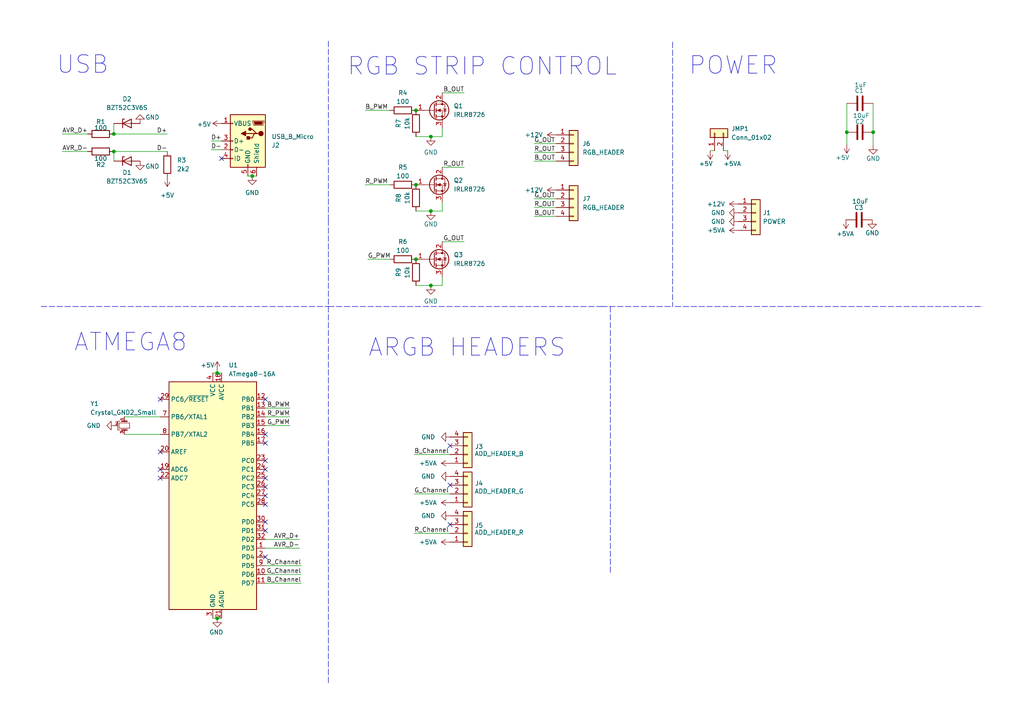
<source format=kicad_sch>
(kicad_sch (version 20211123) (generator eeschema)
  (paper "A4")
  (title_block (title "BlinkStick Advanced") (date "2022-12-22") (rev "1.0") (company "Agile Inovative Ltd & Foxdogface"))
  (lib_symbols
    (symbol "Connector:USB_B_Micro" (pin_names (offset 1.016))
      (property "Reference" "J" (at -5.08 11.43 0))
      (property "Value" "USB_B_Micro" (at -5.08 8.89 0))
      (symbol "USB_B_Micro_0_1"
        (rectangle (start -5.08 -7.62) (end 5.08 7.62) (stroke (width 0.254)) (fill (type background)))
        (circle (center -3.81 2.159) (radius 0.635) (stroke (width 0.254)) (fill (type outline)))
        (circle (center -0.635 3.429) (radius 0.381) (stroke (width 0.254)) (fill (type outline)))
        (rectangle (start -0.127 -7.62) (end 0.127 -6.858))
        (polyline (pts (xy -1.905 2.159) (xy 0.635 2.159)) (stroke (width 0.254)))
        (polyline (pts (xy -3.175 2.159) (xy -2.54 2.159) (xy -1.27 3.429) (xy -0.635 3.429)) (stroke (width 0.254)))
        (polyline (pts (xy -2.54 2.159) (xy -1.905 2.159) (xy -1.27 0.889) (xy 0 0.889)) (stroke (width 0.254)))
        (polyline (pts (xy 0.635 2.794) (xy 0.635 1.524) (xy 1.905 2.159) (xy 0.635 2.794)) (stroke (width 0.254)) (fill (type outline)))
        (polyline (pts (xy -4.318 5.588) (xy -1.778 5.588) (xy -2.032 4.826) (xy -4.064 4.826) (xy -4.318 5.588)) (fill (type outline)))
        (polyline (pts (xy -4.699 5.842) (xy -4.699 5.588) (xy -4.445 4.826) (xy -4.445 4.572) (xy -1.651 4.572) (xy -1.651 4.826) (xy -1.397 5.588) (xy -1.397 5.842) (xy -4.699 5.842)))
        (rectangle (start 0.254 1.27) (end -0.508 0.508) (stroke (width 0.254)) (fill (type outline)))
        (rectangle (start 5.08 -5.207) (end 4.318 -4.953))
        (rectangle (start 5.08 -2.667) (end 4.318 -2.413))
        (rectangle (start 5.08 -0.127) (end 4.318 0.127))
        (rectangle (start 5.08 4.953) (end 4.318 5.207))
      )
      (symbol "USB_B_Micro_1_1"
        (pin power_out line (at 7.62 5.08 180) (length 2.54) (name "VBUS") (number "1"))
        (pin bidirectional line (at 7.62 -2.54 180) (length 2.54) (name "D-") (number "2"))
        (pin bidirectional line (at 7.62 0 180) (length 2.54) (name "D+") (number "3"))
        (pin passive line (at 7.62 -5.08 180) (length 2.54) (name "ID") (number "4"))
        (pin power_out line (at 0 -10.16 90) (length 2.54) (name "GND") (number "5"))
        (pin passive line (at -2.54 -10.16 90) (length 2.54) (name "Shield") (number "6"))
      )
    )
    (symbol "Connector_Generic:Conn_01x02" (pin_names (offset 1.016) hide)
      (property "Reference" "J" (at 0 2.54 0))
      (property "Value" "Conn_01x02" (at 0 -5.08 0))
      (symbol "Conn_01x02_1_1"
        (rectangle (start -1.27 -2.413) (end 0 -2.667) (stroke (width 0.1524)))
        (rectangle (start -1.27 0.127) (end 0 -0.127) (stroke (width 0.1524)))
        (rectangle (start -1.27 1.27) (end 1.27 -3.81) (stroke (width 0.254)) (fill (type background)))
        (pin passive line (at -5.08 0 0) (length 3.81) (name "Pin_1") (number "1"))
        (pin passive line (at -5.08 -2.54 0) (length 3.81) (name "Pin_2") (number "2"))
      )
    )
    (symbol "Connector_Generic:Conn_01x04" (pin_names (offset 1.016) hide)
      (property "Reference" "J" (at 0 5.08 0))
      (property "Value" "Conn_01x04" (at 0 -7.62 0))
      (symbol "Conn_01x04_1_1"
        (rectangle (start -1.27 -4.953) (end 0 -5.207) (stroke (width 0.1524)))
        (rectangle (start -1.27 -2.413) (end 0 -2.667) (stroke (width 0.1524)))
        (rectangle (start -1.27 0.127) (end 0 -0.127) (stroke (width 0.1524)))
        (rectangle (start -1.27 2.667) (end 0 2.413) (stroke (width 0.1524)))
        (rectangle (start -1.27 3.81) (end 1.27 -6.35) (stroke (width 0.254)) (fill (type background)))
        (pin passive line (at -5.08 2.54 0) (length 3.81) (name "Pin_1") (number "1"))
        (pin passive line (at -5.08 0 0) (length 3.81) (name "Pin_2") (number "2"))
        (pin passive line (at -5.08 -2.54 0) (length 3.81) (name "Pin_3") (number "3"))
        (pin passive line (at -5.08 -5.08 0) (length 3.81) (name "Pin_4") (number "4"))
      )
    )
    (symbol "Device:C" (pin_numbers hide) (pin_names (offset 0.254))
      (property "Reference" "C" (at 0.635 2.54 0))
      (property "Value" "C" (at 0.635 -2.54 0))
      (symbol "C_0_1"
        (polyline (pts (xy -2.032 -0.762) (xy 2.032 -0.762)) (stroke (width 0.508)))
        (polyline (pts (xy -2.032 0.762) (xy 2.032 0.762)) (stroke (width 0.508)))
      )
      (symbol "C_1_1"
        (pin passive line (at 0 3.81 270) (length 2.794) (name "~") (number "1"))
        (pin passive line (at 0 -3.81 90) (length 2.794) (name "~") (number "2"))
      )
    )
    (symbol "Device:Crystal_GND2_Small" (pin_names (offset 1.016) hide)
      (property "Reference" "Y" (at 0 5.08 0))
      (property "Value" "Crystal_GND2_Small" (at 0 3.175 0))
      (symbol "Crystal_GND2_Small_0_1"
        (rectangle (start -0.762 -1.524) (end 0.762 1.524))
        (polyline (pts (xy -1.27 -0.762) (xy -1.27 0.762)) (stroke (width 0.381)))
        (polyline (pts (xy 1.27 -0.762) (xy 1.27 0.762)) (stroke (width 0.381)))
        (polyline (pts (xy -1.27 -1.27) (xy -1.27 -1.905) (xy 1.27 -1.905) (xy 1.27 -1.27)))
      )
      (symbol "Crystal_GND2_Small_1_1"
        (pin passive line (at -2.54 0 0) (length 1.27) (name "1") (number "1"))
        (pin passive line (at 0 -2.54 90) (length 0.635) (name "2") (number "2"))
        (pin passive line (at 2.54 0 180) (length 1.27) (name "3") (number "3"))
      )
    )
    (symbol "Device:R" (pin_numbers hide) (pin_names (offset 0))
      (property "Reference" "R" (at 2.032 0 90))
      (property "Value" "R" (at 0 0 90))
      (symbol "R_0_1"
        (rectangle (start -1.016 -2.54) (end 1.016 2.54) (stroke (width 0.254)))
      )
      (symbol "R_1_1"
        (pin passive line (at 0 3.81 270) (length 1.27) (name "~") (number "1"))
        (pin passive line (at 0 -3.81 90) (length 1.27) (name "~") (number "2"))
      )
    )
    (symbol "Diode:BZT52Bxx" (pin_numbers hide) (pin_names (offset 1.016) hide)
      (property "Reference" "D" (at 0 2.54 0))
      (property "Value" "BZT52Bxx" (at 0 -2.54 0))
      (symbol "BZT52Bxx_0_1"
        (polyline (pts (xy 1.27 0) (xy -1.27 0)))
        (polyline (pts (xy -1.27 -1.27) (xy -1.27 1.27) (xy -0.762 1.27)) (stroke (width 0.254)))
        (polyline (pts (xy 1.27 -1.27) (xy 1.27 1.27) (xy -1.27 0) (xy 1.27 -1.27)) (stroke (width 0.254)))
      )
      (symbol "BZT52Bxx_1_1"
        (pin passive line (at -3.81 0 0) (length 2.54) (name "K") (number "1"))
        (pin passive line (at 3.81 0 180) (length 2.54) (name "A") (number "2"))
      )
    )
    (symbol "MCU_Microchip_ATmega:ATmega8-16A"
      (property "Reference" "U" (at -12.7 34.29 0))
      (property "Value" "ATmega8-16A" (at 5.08 -34.29 0))
      (symbol "ATmega8-16A_0_1"
        (rectangle (start -12.7 -33.02) (end 12.7 33.02) (stroke (width 0.254)) (fill (type background)))
      )
      (symbol "ATmega8-16A_1_1"
        (pin bidirectional line (at 15.24 -15.24 180) (length 2.54) (name "PD3") (number "1"))
        (pin bidirectional line (at 15.24 -22.86 180) (length 2.54) (name "PD6") (number "10"))
        (pin bidirectional line (at 15.24 -25.4 180) (length 2.54) (name "PD7") (number "11"))
        (pin bidirectional line (at 15.24 27.94 180) (length 2.54) (name "PB0") (number "12"))
        (pin bidirectional line (at 15.24 25.4 180) (length 2.54) (name "PB1") (number "13"))
        (pin bidirectional line (at 15.24 22.86 180) (length 2.54) (name "PB2") (number "14"))
        (pin bidirectional line (at 15.24 20.32 180) (length 2.54) (name "PB3") (number "15"))
        (pin bidirectional line (at 15.24 17.78 180) (length 2.54) (name "PB4") (number "16"))
        (pin bidirectional line (at 15.24 15.24 180) (length 2.54) (name "PB5") (number "17"))
        (pin power_in line (at 2.54 35.56 270) (length 2.54) (name "AVCC") (number "18"))
        (pin input line (at -15.24 7.62 0) (length 2.54) (name "ADC6") (number "19"))
        (pin bidirectional line (at 15.24 -17.78 180) (length 2.54) (name "PD4") (number "2"))
        (pin passive line (at -15.24 12.7 0) (length 2.54) (name "AREF") (number "20"))
        (pin power_in line (at 2.54 -35.56 90) (length 2.54) (name "AGND") (number "21"))
        (pin input line (at -15.24 5.08 0) (length 2.54) (name "ADC7") (number "22"))
        (pin bidirectional line (at 15.24 10.16 180) (length 2.54) (name "PC0") (number "23"))
        (pin bidirectional line (at 15.24 7.62 180) (length 2.54) (name "PC1") (number "24"))
        (pin bidirectional line (at 15.24 5.08 180) (length 2.54) (name "PC2") (number "25"))
        (pin bidirectional line (at 15.24 2.54 180) (length 2.54) (name "PC3") (number "26"))
        (pin bidirectional line (at 15.24 0 180) (length 2.54) (name "PC4") (number "27"))
        (pin bidirectional line (at 15.24 -2.54 180) (length 2.54) (name "PC5") (number "28"))
        (pin bidirectional line (at -15.24 27.94 0) (length 2.54) (name "PC6/~{RESET}") (number "29"))
        (pin power_in line (at 0 -35.56 90) (length 2.54) (name "GND") (number "3"))
        (pin bidirectional line (at 15.24 -7.62 180) (length 2.54) (name "PD0") (number "30"))
        (pin bidirectional line (at 15.24 -10.16 180) (length 2.54) (name "PD1") (number "31"))
        (pin bidirectional line (at 15.24 -12.7 180) (length 2.54) (name "PD2") (number "32"))
        (pin power_in line (at 0 35.56 270) (length 2.54) (name "VCC") (number "4"))
        (pin passive line (at 0 -35.56 90) (length 2.54) hide (name "GND") (number "5"))
        (pin passive line (at 0 35.56 270) (length 2.54) hide (name "VCC") (number "6"))
        (pin bidirectional line (at -15.24 22.86 0) (length 2.54) (name "PB6/XTAL1") (number "7"))
        (pin bidirectional line (at -15.24 17.78 0) (length 2.54) (name "PB7/XTAL2") (number "8"))
        (pin bidirectional line (at 15.24 -20.32 180) (length 2.54) (name "PD5") (number "9"))
      )
    )
    (symbol "Transistor_FET:IRLR8726" (pin_names hide)
      (property "Reference" "Q" (at 5.08 1.905 0))
      (property "Value" "IRLR8726" (at 5.08 0 0))
      (symbol "IRLR8726_0_1"
        (polyline (pts (xy 0.254 0) (xy -2.54 0)))
        (polyline (pts (xy 0.254 1.905) (xy 0.254 -1.905)) (stroke (width 0.254)))
        (polyline (pts (xy 0.762 -1.27) (xy 0.762 -2.286)) (stroke (width 0.254)))
        (polyline (pts (xy 0.762 0.508) (xy 0.762 -0.508)) (stroke (width 0.254)))
        (polyline (pts (xy 0.762 2.286) (xy 0.762 1.27)) (stroke (width 0.254)))
        (polyline (pts (xy 2.54 2.54) (xy 2.54 1.778)))
        (polyline (pts (xy 2.54 -2.54) (xy 2.54 0) (xy 0.762 0)))
        (polyline (pts (xy 0.762 -1.778) (xy 3.302 -1.778) (xy 3.302 1.778) (xy 0.762 1.778)))
        (polyline (pts (xy 1.016 0) (xy 2.032 0.381) (xy 2.032 -0.381) (xy 1.016 0)) (fill (type outline)))
        (polyline (pts (xy 2.794 0.508) (xy 2.921 0.381) (xy 3.683 0.381) (xy 3.81 0.254)))
        (polyline (pts (xy 3.302 0.381) (xy 2.921 -0.254) (xy 3.683 -0.254) (xy 3.302 0.381)))
        (circle (center 1.651 0) (radius 2.794) (stroke (width 0.254)))
        (circle (center 2.54 -1.778) (radius 0.254) (fill (type outline)))
        (circle (center 2.54 1.778) (radius 0.254) (fill (type outline)))
      )
      (symbol "IRLR8726_1_1"
        (pin passive line (at -5.08 0 0) (length 2.54) (name "G") (number "1"))
        (pin passive line (at 2.54 5.08 270) (length 2.54) (name "D") (number "2"))
        (pin passive line (at 2.54 -5.08 90) (length 2.54) (name "S") (number "3"))
      )
    )
    (symbol "power:+12V" (power) (pin_names (offset 0))
      (property "Value" "+12V" (at 0 3.556 0))
      (symbol "+12V_0_1"
        (polyline (pts (xy -0.762 1.27) (xy 0 2.54)))
        (polyline (pts (xy 0 0) (xy 0 2.54)))
        (polyline (pts (xy 0 2.54) (xy 0.762 1.27)))
      )
      (symbol "+12V_1_1"
        (pin power_in line (at 0 0 90) (length 0) hide (name "+12V") (number "1"))
      )
    )
    (symbol "power:+5V" (power) (pin_names (offset 0))
      (property "Value" "+5V" (at 0 3.556 0))
      (symbol "+5V_0_1"
        (polyline (pts (xy -0.762 1.27) (xy 0 2.54)))
        (polyline (pts (xy 0 0) (xy 0 2.54)))
        (polyline (pts (xy 0 2.54) (xy 0.762 1.27)))
      )
      (symbol "+5V_1_1"
        (pin power_in line (at 0 0 90) (length 0) hide (name "+5V") (number "1"))
      )
    )
    (symbol "power:+5VA" (power) (pin_names (offset 0))
      (property "Value" "+5VA" (at 0 3.556 0))
      (symbol "+5VA_0_1"
        (polyline (pts (xy -0.762 1.27) (xy 0 2.54)))
        (polyline (pts (xy 0 0) (xy 0 2.54)))
        (polyline (pts (xy 0 2.54) (xy 0.762 1.27)))
      )
      (symbol "+5VA_1_1"
        (pin power_in line (at 0 0 90) (length 0) hide (name "+5VA") (number "1"))
      )
    )
    (symbol "power:GND" (power) (pin_names (offset 0))
      (property "Value" "GND" (at 0 -3.81 0))
      (symbol "GND_0_1"
        (polyline (pts (xy 0 0) (xy 0 -1.27) (xy 1.27 -1.27) (xy 0 -2.54) (xy -1.27 -1.27) (xy 0 -1.27)))
      )
      (symbol "GND_1_1"
        (pin power_in line (at 0 0 270) (length 0) hide (name "GND") (number "1"))
      )
    )
  )
  (junction (at 124.968 39.624))
  (junction (at 73.152 51.054))
  (junction (at 33.02 43.942))
  (junction (at 120.65 53.594))
  (junction (at 120.65 32.004))
  (junction (at 62.992 108.204))
  (junction (at 253.238 38.354))
  (junction (at 124.968 82.804))
  (junction (at 245.618 38.354))
  (junction (at 33.02 38.862))
  (junction (at 120.65 75.184))
  (junction (at 62.992 179.324))
  (junction (at 124.968 61.214))
  (no_connect (at 130.556 152.146))
  (no_connect (at 130.556 140.716))
  (no_connect (at 130.556 129.286))
  (no_connect (at 64.262 45.974))
  (no_connect (at 76.962 161.544))
  (no_connect (at 76.962 143.764))
  (no_connect (at 76.962 138.684))
  (no_connect (at 76.962 141.224))
  (no_connect (at 76.962 136.144))
  (no_connect (at 76.962 146.304))
  (no_connect (at 46.482 138.684))
  (no_connect (at 46.482 115.824))
  (no_connect (at 46.482 136.144))
  (no_connect (at 46.482 131.064))
  (no_connect (at 76.962 151.384))
  (no_connect (at 76.962 153.924))
  (no_connect (at 76.962 133.604))
  (no_connect (at 76.962 128.524))
  (no_connect (at 76.962 125.984))
  (no_connect (at 76.962 115.824))
  (wire (pts (xy 61.214 43.434) (xy 64.262 43.434)))
  (wire (pts (xy 120.142 154.686) (xy 130.556 154.686)))
  (wire (pts (xy 61.214 40.894) (xy 64.262 40.894)))
  (wire (pts (xy 76.962 156.464) (xy 86.868 156.464)))
  (wire (pts (xy 253.238 29.972) (xy 253.238 38.354)))
  (wire (pts (xy 36.068 125.984) (xy 46.482 125.984)))
  (polyline (pts (xy 195.072 12.192) (xy 195.072 88.9)))
  (wire (pts (xy 124.968 39.624) (xy 128.27 39.624)))
  (wire (pts (xy 33.02 46.736) (xy 33.02 43.942)))
  (wire (pts (xy 154.94 46.736) (xy 161.29 46.736)))
  (wire (pts (xy 154.94 60.198) (xy 161.29 60.198)))
  (wire (pts (xy 25.4 43.942) (xy 18.034 43.942)))
  (polyline (pts (xy 95.25 63.754) (xy 95.25 88.9)))
  (wire (pts (xy 87.376 164.084) (xy 76.962 164.084)))
  (wire (pts (xy 124.968 82.804) (xy 128.27 82.804)))
  (wire (pts (xy 154.94 62.738) (xy 161.29 62.738)))
  (wire (pts (xy 106.68 75.184) (xy 113.03 75.184)))
  (wire (pts (xy 245.618 29.972) (xy 245.618 38.354)))
  (wire (pts (xy 84.074 118.364) (xy 76.962 118.364)))
  (wire (pts (xy 120.65 61.214) (xy 124.968 61.214)))
  (polyline (pts (xy 11.938 88.9) (xy 95.25 88.9)))
  (wire (pts (xy 61.722 179.324) (xy 62.992 179.324)))
  (polyline (pts (xy 195.834 88.9) (xy 284.988 88.9)))
  (wire (pts (xy 71.882 51.054) (xy 73.152 51.054)))
  (wire (pts (xy 25.4 38.862) (xy 18.034 38.862)))
  (wire (pts (xy 245.618 38.354) (xy 245.618 41.91)))
  (wire (pts (xy 76.962 159.004) (xy 86.868 159.004)))
  (polyline (pts (xy 177.038 88.9) (xy 177.038 166.116)))
  (wire (pts (xy 154.94 41.656) (xy 161.29 41.656)))
  (wire (pts (xy 128.27 61.214) (xy 128.27 58.674)))
  (polyline (pts (xy 95.25 11.938) (xy 95.25 63.754)))
  (wire (pts (xy 124.968 61.214) (xy 128.27 61.214)))
  (wire (pts (xy 253.238 38.354) (xy 253.238 42.164)))
  (wire (pts (xy 128.27 82.804) (xy 128.27 80.264)))
  (wire (pts (xy 105.918 32.004) (xy 113.03 32.004)))
  (polyline (pts (xy 95.25 88.9) (xy 95.25 198.12)))
  (wire (pts (xy 84.074 120.904) (xy 76.962 120.904)))
  (wire (pts (xy 84.074 123.444) (xy 76.962 123.444)))
  (wire (pts (xy 87.376 169.164) (xy 76.962 169.164)))
  (polyline (pts (xy 174.498 88.9) (xy 195.072 88.9)))
  (polyline (pts (xy 95.25 88.9) (xy 174.498 88.9)))
  (wire (pts (xy 154.94 44.196) (xy 161.29 44.196)))
  (wire (pts (xy 205.994 43.688) (xy 207.264 43.688)))
  (wire (pts (xy 154.94 57.658) (xy 161.29 57.658)))
  (wire (pts (xy 33.02 35.814) (xy 33.02 38.862)))
  (wire (pts (xy 61.722 108.204) (xy 62.992 108.204)))
  (wire (pts (xy 120.142 131.826) (xy 130.556 131.826)))
  (wire (pts (xy 134.62 26.924) (xy 128.27 26.924)))
  (wire (pts (xy 120.65 82.804) (xy 124.968 82.804)))
  (wire (pts (xy 73.152 51.054) (xy 74.422 51.054)))
  (wire (pts (xy 105.918 53.594) (xy 113.03 53.594)))
  (wire (pts (xy 87.376 166.624) (xy 76.962 166.624)))
  (wire (pts (xy 209.804 43.688) (xy 211.074 43.688)))
  (wire (pts (xy 134.62 48.514) (xy 128.27 48.514)))
  (wire (pts (xy 128.27 39.624) (xy 128.27 37.084)))
  (wire (pts (xy 62.992 107.442) (xy 62.992 108.204)))
  (wire (pts (xy 62.992 179.324) (xy 64.262 179.324)))
  (wire (pts (xy 120.65 39.624) (xy 124.968 39.624)))
  (wire (pts (xy 36.068 120.904) (xy 46.482 120.904)))
  (wire (pts (xy 48.514 43.942) (xy 33.02 43.942)))
  (wire (pts (xy 33.02 38.862) (xy 48.514 38.862)))
  (wire (pts (xy 134.62 70.104) (xy 128.27 70.104)))
  (wire (pts (xy 120.142 143.256) (xy 130.556 143.256)))
  (wire (pts (xy 62.992 108.204) (xy 64.262 108.204)))
  (text "RGB STRIP CONTROL\n" (at 100.584 22.352 0) (effects (font (size 5.08 5.08)) (justify left bottom)))
  (text "POWER" (at 199.644 22.098 0) (effects (font (size 5.08 5.08)) (justify left bottom)))
  (text "ATMEGA8" (at 21.336 102.362 0) (effects (font (size 5.08 5.08)) (justify left bottom)))
  (text "USB\n" (at 16.256 21.844 0) (effects (font (size 5.08 5.08)) (justify left bottom)))
  (text "ARGB HEADERS" (at 106.68 103.886 0) (effects (font (size 5.08 5.08)) (justify left bottom)))
  (label "AVR_D+" (at 86.868 156.464 180))
  (label "D-" (at 61.214 43.434 0))
  (label "R_OUT" (at 134.62 48.514 180))
  (label "G_OUT" (at 154.94 41.656 0))
  (label "B_PWM" (at 105.918 32.004 0))
  (label "R_Channel" (at 120.142 154.686 0))
  (label "R_PWM" (at 84.074 120.904 180))
  (label "G_OUT" (at 154.94 57.658 0))
  (label "AVR_D+" (at 18.034 38.862 0))
  (label "B_Channel" (at 120.142 131.826 0))
  (label "B_OUT" (at 134.62 26.924 180))
  (label "AVR_D-" (at 86.868 159.004 180))
  (label "D+" (at 61.214 40.894 0))
  (label "G_OUT" (at 134.62 70.104 180))
  (label "AVR_D-" (at 18.034 43.942 0))
  (label "R_OUT" (at 154.94 60.198 0))
  (label "G_PWM" (at 84.074 123.444 180))
  (label "R_Channel" (at 87.376 164.084 180))
  (label "D-" (at 48.514 43.942 180))
  (label "R_PWM" (at 105.918 53.594 0))
  (label "B_Channel" (at 87.376 169.164 180))
  (label "B_OUT" (at 154.94 46.736 0))
  (label "G_Channel" (at 120.142 143.256 0))
  (label "D+" (at 48.514 38.862 180))
  (label "R_OUT" (at 154.94 44.196 0))
  (label "G_PWM" (at 106.68 75.184 0))
  (label "B_PWM" (at 84.074 118.364 180))
  (label "G_Channel" (at 87.376 166.624 180))
  (label "B_OUT" (at 154.94 62.738 0))
  (symbol (lib_id "Connector_Generic:Conn_01x04") (at 135.636 154.686 0) (mirror x) (unit 1)
    (property "Reference" "J5" (at 138.938 152.4 0))
    (property "Value" "ADD_HEADER_R" (at 144.78 154.432 0))
    (property "Footprint" "Connector_PinHeader_2.54mm:PinHeader_1x04_P2.54mm_Vertical" (effects hide))
  )
  (symbol (lib_id "power:GND") (at 214.122 64.262 270) (unit 1)
    (property "Reference" "#PWR0111" (effects hide))
    (property "Value" "GND" (at 210.312 64.2619 90) (effects (justify right)))
  )
  (symbol (lib_id "Transistor_FET:IRLR8726") (at 125.73 53.594 0) (unit 1)
    (property "Reference" "Q2" (at 131.572 52.3239 0) (effects (justify left)))
    (property "Value" "IRLR8726" (at 131.572 54.8639 0) (effects (justify left)))
    (property "Footprint" "Package_TO_SOT_SMD:TO-263-2" (effects hide))
    (property "Datasheet" "https://datasheet.lcsc.com/lcsc/1804242120_Infineon-Technologies-IRLR8726TRPBF_C81137.pdf" (effects hide))
  )
  (symbol (lib_id "power:+5VA") (at 130.556 145.796 90) (unit 1)
    (property "Reference" "#PWR0116" (effects hide))
    (property "Value" "+5VA" (at 126.746 145.7959 90) (effects (justify left)))
  )
  (symbol (lib_id "power:+12V") (at 161.29 55.118 90) (unit 1)
    (property "Reference" "#PWR0124" (effects hide))
    (property "Value" "+12V" (at 157.48 55.1179 90) (effects (justify left)))
  )
  (symbol (lib_id "power:+12V") (at 214.122 59.182 90) (unit 1)
    (property "Reference" "#PWR0112" (effects hide))
    (property "Value" "+12V" (at 210.312 59.1819 90) (effects (justify left)))
  )
  (symbol (lib_id "MCU_Microchip_ATmega:ATmega8-16A") (at 61.722 143.764 0) (unit 1)
    (property "Reference" "U1" (at 66.2814 105.918 0) (effects (justify left)))
    (property "Value" "ATmega8-16A" (at 66.2814 108.458 0) (effects (justify left)))
    (property "Footprint" "Package_QFP:TQFP-32_7x7mm_P0.8mm" (effects hide))
    (property "Datasheet" "http://ww1.microchip.com/downloads/en/DeviceDoc/atmel-2486-8-bit-avr-microcontroller-atmega8_l_datasheet.pdf" (effects hide))
  )
  (symbol (lib_id "Device:R") (at 116.84 75.184 90) (unit 1)
    (property "Reference" "R6" (at 116.84 70.104 90))
    (property "Value" "100" (at 116.84 72.644 90))
    (property "Footprint" "Resistor_SMD:R_0603_1608Metric_Pad0.98x0.95mm_HandSolder" (effects hide))
  )
  (symbol (lib_id "power:GND") (at 40.64 35.814 180) (unit 1)
    (property "Reference" "#PWR0108" (effects hide))
    (property "Value" "GND" (at 42.164 34.036 0) (effects (justify right)))
  )
  (symbol (lib_id "power:GND") (at 130.556 138.176 270) (unit 1)
    (property "Reference" "#PWR0117" (effects hide))
    (property "Value" "GND" (at 126.238 138.1759 90) (effects (justify right)))
  )
  (symbol (lib_id "Device:R") (at 116.84 32.004 90) (unit 1)
    (property "Reference" "R4" (at 116.84 26.924 90))
    (property "Value" "100" (at 116.84 29.464 90))
    (property "Footprint" "Resistor_SMD:R_0603_1608Metric_Pad0.98x0.95mm_HandSolder" (effects hide))
  )
  (symbol (lib_id "Device:C") (at 249.428 29.972 270) (unit 1)
    (property "Reference" "C1" (at 250.571 26.289 90) (effects (justify right)))
    (property "Value" "1uF" (at 251.46 24.638 90) (effects (justify right)))
    (property "Footprint" "Capacitor_SMD:C_0603_1608Metric_Pad1.08x0.95mm_HandSolder" (effects hide))
  )
  (symbol (lib_id "Device:Crystal_GND2_Small") (at 36.068 123.444 270) (unit 1)
    (property "Reference" "Y1" (at 26.162 117.094 90) (effects (justify left)))
    (property "Value" "Crystal_GND2_Small" (at 26.162 119.634 90) (effects (justify left)))
    (property "Footprint" "Crystal:Resonator_SMD_Murata_CSTxExxV-3Pin_3.0x1.1mm" (effects hide))
  )
  (symbol (lib_id "power:GND") (at 252.984 63.754 0) (unit 1)
    (property "Reference" "#PWR0128" (effects hide))
    (property "Value" "GND" (at 250.952 67.564 0) (effects (justify left)))
  )
  (symbol (lib_id "power:GND") (at 124.968 82.804 0) (unit 1)
    (property "Reference" "#PWR0114" (effects hide))
    (property "Value" "GND" (at 124.968 87.376 0))
  )
  (symbol (lib_id "power:GND") (at 124.968 61.214 0) (unit 1)
    (property "Reference" "#PWR0122" (effects hide))
    (property "Value" "GND" (at 124.968 65.024 0))
  )
  (symbol (lib_id "Connector_Generic:Conn_01x04") (at 166.37 41.656 0) (unit 1)
    (property "Reference" "J6" (at 168.91 41.6559 0) (effects (justify left)))
    (property "Value" "RGB_HEADER" (at 168.91 44.1959 0) (effects (justify left)))
    (property "Footprint" "Connector_PinHeader_2.54mm:PinHeader_1x04_P2.54mm_Vertical" (effects hide))
  )
  (symbol (lib_id "Connector_Generic:Conn_01x04") (at 219.202 61.722 0) (unit 1)
    (property "Reference" "J1" (at 221.234 61.7219 0) (effects (justify left)))
    (property "Value" "POWER" (at 221.234 64.2619 0) (effects (justify left)))
    (property "Footprint" "Connector_PinSocket_2.54mm:PinSocket_1x04_P2.54mm_Vertical" (effects hide))
  )
  (symbol (lib_id "power:GND") (at 73.152 51.054 0) (mirror y) (unit 1)
    (property "Reference" "#PWR0107" (effects hide))
    (property "Value" "GND" (at 73.152 55.88 0))
  )
  (symbol (lib_id "power:+5V") (at 62.992 107.442 0) (unit 1)
    (property "Reference" "#PWR0101" (effects hide))
    (property "Value" "+5V" (at 58.166 105.918 0) (effects (justify left)))
  )
  (symbol (lib_id "power:+5V") (at 245.618 41.91 180) (unit 1)
    (property "Reference" "#PWR0127" (effects hide))
    (property "Value" "+5V" (at 244.348 45.72 0))
  )
  (symbol (lib_id "power:GND") (at 124.968 39.624 0) (unit 1)
    (property "Reference" "#PWR0121" (effects hide))
    (property "Value" "GND" (at 124.968 44.196 0))
  )
  (symbol (lib_id "power:+5VA") (at 245.364 63.754 180) (unit 1)
    (property "Reference" "#PWR0129" (effects hide))
    (property "Value" "+5VA" (at 242.57 67.818 0) (effects (justify right)))
  )
  (symbol (lib_id "Diode:BZT52Bxx") (at 36.83 46.736 0) (unit 1)
    (property "Reference" "D1" (at 36.83 50.038 0))
    (property "Value" "BZT52C3V6S" (at 36.83 52.578 0))
    (property "Footprint" "Diode_SMD:D_SOD-323" (effects hide))
    (property "Datasheet" "https://diotec.com/tl_files/diotec/files/pdf/datasheets/bzt52b2v4.pdf" (effects hide))
  )
  (symbol (lib_id "Device:C") (at 249.174 63.754 270) (unit 1)
    (property "Reference" "C3" (at 250.444 60.198 90) (effects (justify right)))
    (property "Value" "10uF" (at 251.968 58.42 90) (effects (justify right)))
    (property "Footprint" "Capacitor_SMD:C_0603_1608Metric_Pad1.08x0.95mm_HandSolder" (effects hide))
  )
  (symbol (lib_id "Device:R") (at 29.21 38.862 90) (unit 1)
    (property "Reference" "R1" (at 29.21 35.306 90))
    (property "Value" "100" (at 29.21 37.084 90))
    (property "Footprint" "Resistor_SMD:R_0603_1608Metric_Pad0.98x0.95mm_HandSolder" (effects hide))
  )
  (symbol (lib_id "power:GND") (at 62.992 179.324 0) (unit 1)
    (property "Reference" "#PWR0102" (effects hide))
    (property "Value" "GND" (at 62.738 183.388 0))
  )
  (symbol (lib_id "Connector_Generic:Conn_01x04") (at 135.636 143.256 0) (mirror x) (unit 1)
    (property "Reference" "J4" (at 138.938 140.208 0))
    (property "Value" "ADD_HEADER_G" (at 144.78 142.494 0))
    (property "Footprint" "Connector_PinHeader_2.54mm:PinHeader_1x04_P2.54mm_Vertical" (effects hide))
  )
  (symbol (lib_id "power:+5VA") (at 130.556 157.226 90) (unit 1)
    (property "Reference" "#PWR0118" (effects hide))
    (property "Value" "+5VA" (at 126.746 157.2259 90) (effects (justify left)))
  )
  (symbol (lib_id "power:GND") (at 40.64 46.736 0) (unit 1)
    (property "Reference" "#PWR0105" (effects hide))
    (property "Value" "GND" (at 44.196 48.26 0))
  )
  (symbol (lib_id "power:+5VA") (at 214.122 66.802 90) (unit 1)
    (property "Reference" "#PWR0120" (effects hide))
    (property "Value" "+5VA" (at 210.312 66.8019 90) (effects (justify left)))
  )
  (symbol (lib_id "power:GND") (at 253.238 42.164 0) (unit 1)
    (property "Reference" "#PWR0109" (effects hide))
    (property "Value" "GND" (at 251.206 45.974 0) (effects (justify left)))
  )
  (symbol (lib_id "power:+5V") (at 64.262 35.814 90) (mirror x) (unit 1)
    (property "Reference" "#PWR0104" (effects hide))
    (property "Value" "+5V" (at 61.214 36.068 90) (effects (justify left)))
  )
  (symbol (lib_id "power:GND") (at 130.556 126.746 270) (unit 1)
    (property "Reference" "#PWR0119" (effects hide))
    (property "Value" "GND" (at 126.238 126.7459 90) (effects (justify right)))
  )
  (symbol (lib_id "Connector_Generic:Conn_01x02") (at 207.264 38.608 90) (unit 1)
    (property "Reference" "JMP1" (at 212.09 37.3379 90) (effects (justify right)))
    (property "Value" "Conn_01x02" (at 212.09 39.8779 90) (effects (justify right)))
    (property "Footprint" "Connector_PinHeader_2.54mm:PinHeader_1x02_P2.54mm_Vertical" (effects hide))
  )
  (symbol (lib_id "Device:R") (at 29.21 43.942 90) (unit 1)
    (property "Reference" "R2" (at 29.21 47.752 90))
    (property "Value" "100" (at 29.21 45.974 90))
    (property "Footprint" "Resistor_SMD:R_0603_1608Metric_Pad0.98x0.95mm_HandSolder" (effects hide))
  )
  (symbol (lib_id "Device:R") (at 120.65 35.814 180) (unit 1)
    (property "Reference" "R7" (at 115.57 35.814 90))
    (property "Value" "10k" (at 118.11 35.814 90))
    (property "Footprint" "Resistor_SMD:R_0603_1608Metric_Pad0.98x0.95mm_HandSolder" (effects hide))
  )
  (symbol (lib_id "Device:R") (at 116.84 53.594 90) (unit 1)
    (property "Reference" "R5" (at 116.84 48.514 90))
    (property "Value" "100" (at 116.84 51.054 90))
    (property "Footprint" "Resistor_SMD:R_0603_1608Metric_Pad0.98x0.95mm_HandSolder" (effects hide))
  )
  (symbol (lib_id "Connector_Generic:Conn_01x04") (at 135.636 131.826 0) (mirror x) (unit 1)
    (property "Reference" "J3" (at 138.938 129.54 0))
    (property "Value" "ADD_HEADER_B" (at 144.78 131.572 0))
    (property "Footprint" "Connector_PinHeader_2.54mm:PinHeader_1x04_P2.54mm_Vertical" (effects hide))
  )
  (symbol (lib_id "Transistor_FET:IRLR8726") (at 125.73 32.004 0) (unit 1)
    (property "Reference" "Q1" (at 131.572 30.7339 0) (effects (justify left)))
    (property "Value" "IRLR8726" (at 131.572 33.2739 0) (effects (justify left)))
    (property "Footprint" "Package_TO_SOT_SMD:TO-263-2" (effects hide))
    (property "Datasheet" "https://datasheet.lcsc.com/lcsc/1804242120_Infineon-Technologies-IRLR8726TRPBF_C81137.pdf" (effects hide))
  )
  (symbol (lib_id "Transistor_FET:IRLR8726") (at 125.73 75.184 0) (unit 1)
    (property "Reference" "Q3" (at 131.572 73.9139 0) (effects (justify left)))
    (property "Value" "IRLR8726" (at 131.572 76.4539 0) (effects (justify left)))
    (property "Footprint" "Package_TO_SOT_SMD:TO-263-2" (effects hide))
    (property "Datasheet" "https://datasheet.lcsc.com/lcsc/1804242120_Infineon-Technologies-IRLR8726TRPBF_C81137.pdf" (effects hide))
  )
  (symbol (lib_id "power:+12V") (at 161.29 39.116 90) (unit 1)
    (property "Reference" "#PWR0123" (effects hide))
    (property "Value" "+12V" (at 157.48 39.1159 90) (effects (justify left)))
  )
  (symbol (lib_id "power:GND") (at 33.528 123.444 270) (unit 1)
    (property "Reference" "#PWR0103" (effects hide))
    (property "Value" "GND" (at 29.21 123.4439 90) (effects (justify right)))
  )
  (symbol (lib_id "Device:R") (at 120.65 78.994 180) (unit 1)
    (property "Reference" "R9" (at 115.57 78.994 90))
    (property "Value" "10k" (at 118.11 78.994 90))
    (property "Footprint" "Resistor_SMD:R_0603_1608Metric_Pad0.98x0.95mm_HandSolder" (effects hide))
  )
  (symbol (lib_id "power:GND") (at 214.122 61.722 270) (unit 1)
    (property "Reference" "#PWR0110" (effects hide))
    (property "Value" "GND" (at 210.312 61.7219 90) (effects (justify right)))
  )
  (symbol (lib_id "Device:R") (at 48.514 47.752 0) (unit 1)
    (property "Reference" "R3" (at 51.308 46.4819 0) (effects (justify left)))
    (property "Value" "2k2" (at 51.308 49.0219 0) (effects (justify left)))
    (property "Footprint" "Resistor_SMD:R_0603_1608Metric_Pad0.98x0.95mm_HandSolder" (effects hide))
  )
  (symbol (lib_id "power:+5VA") (at 130.556 134.366 90) (unit 1)
    (property "Reference" "#PWR0113" (effects hide))
    (property "Value" "+5VA" (at 126.746 134.3659 90) (effects (justify left)))
  )
  (symbol (lib_id "Device:R") (at 120.65 57.404 180) (unit 1)
    (property "Reference" "R8" (at 115.57 57.404 90))
    (property "Value" "10k" (at 118.11 57.404 90))
    (property "Footprint" "Resistor_SMD:R_0603_1608Metric_Pad0.98x0.95mm_HandSolder" (effects hide))
  )
  (symbol (lib_id "Diode:BZT52Bxx") (at 36.83 35.814 0) (unit 1)
    (property "Reference" "D2" (at 36.83 28.702 0))
    (property "Value" "BZT52C3V6S" (at 36.83 31.242 0))
    (property "Footprint" "Diode_SMD:D_SOD-323" (effects hide))
    (property "Datasheet" "https://diotec.com/tl_files/diotec/files/pdf/datasheets/bzt52b2v4.pdf" (effects hide))
  )
  (symbol (lib_id "Connector_Generic:Conn_01x04") (at 166.37 57.658 0) (unit 1)
    (property "Reference" "J7" (at 168.91 57.6579 0) (effects (justify left)))
    (property "Value" "RGB_HEADER" (at 168.91 60.1979 0) (effects (justify left)))
    (property "Footprint" "Connector_PinHeader_2.54mm:PinHeader_1x04_P2.54mm_Vertical" (effects hide))
  )
  (symbol (lib_id "power:+5V") (at 205.994 43.688 180) (unit 1)
    (property "Reference" "#PWR0125" (effects hide))
    (property "Value" "+5V" (at 204.724 47.498 0))
  )
  (symbol (lib_id "power:+5VA") (at 211.074 43.688 180) (unit 1)
    (property "Reference" "#PWR0126" (effects hide))
    (property "Value" "+5VA" (at 209.804 47.498 0) (effects (justify right)))
  )
  (symbol (lib_id "Connector:USB_B_Micro") (at 71.882 40.894 0) (mirror y) (unit 1)
    (property "Reference" "J2" (at 78.74 42.1641 0) (effects (justify right)))
    (property "Value" "USB_B_Micro" (at 78.74 39.6241 0) (effects (justify right)))
    (property "Footprint" "Connector_USB:USB_Micro-B_Molex-105017-0001" (effects hide))
  )
  (symbol (lib_id "power:GND") (at 130.556 149.606 270) (unit 1)
    (property "Reference" "#PWR0115" (effects hide))
    (property "Value" "GND" (at 126.238 149.6059 90) (effects (justify right)))
  )
  (symbol (lib_id "Device:C") (at 249.428 38.354 270) (unit 1)
    (property "Reference" "C2" (at 250.698 35.306 90) (effects (justify right)))
    (property "Value" "10uF" (at 252.222 33.528 90) (effects (justify right)))
    (property "Footprint" "Capacitor_SMD:C_0603_1608Metric_Pad1.08x0.95mm_HandSolder" (effects hide))
  )
  (symbol (lib_id "power:+5V") (at 48.514 51.562 180) (unit 1)
    (property "Reference" "#PWR0106" (effects hide))
    (property "Value" "+5V" (at 48.514 56.642 0))
  )
)
</source>
